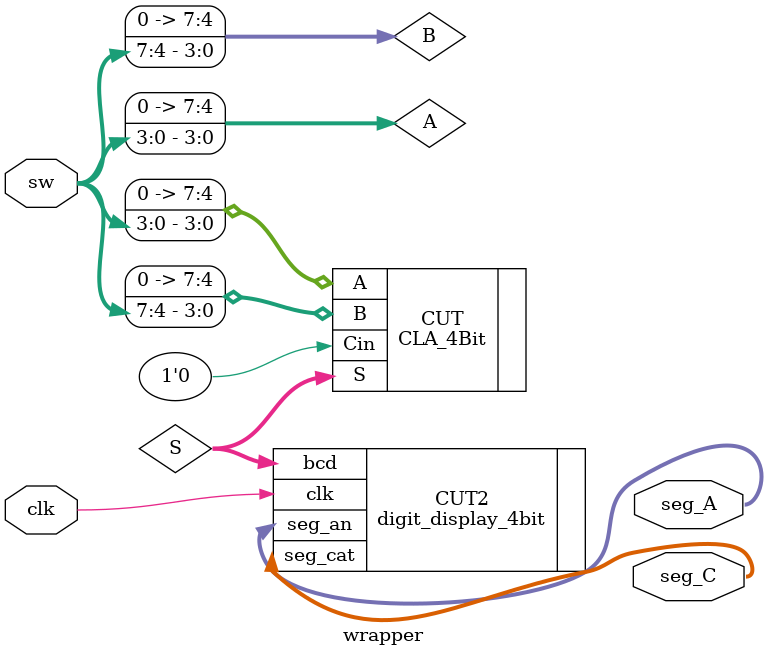
<source format=v>
`timescale 1ns / 1ps


module wrapper(

input clk,
input [7:0] sw,
output [6:0] seg_C,
output [3:0] seg_A

);
    
wire [7:0] A, B;
wire [7:0] S; 
 
assign A = sw[3:0];
assign B = sw[7:4];

CLA_4Bit CUT(

//input
.A(A),
.B(B),
.Cin(1'b0),

//output
.S(S)

);

digit_display_4bit CUT2(

.clk(clk),
.bcd(S),
.seg_an(seg_A),
.seg_cat(seg_C)

);
 
endmodule

</source>
